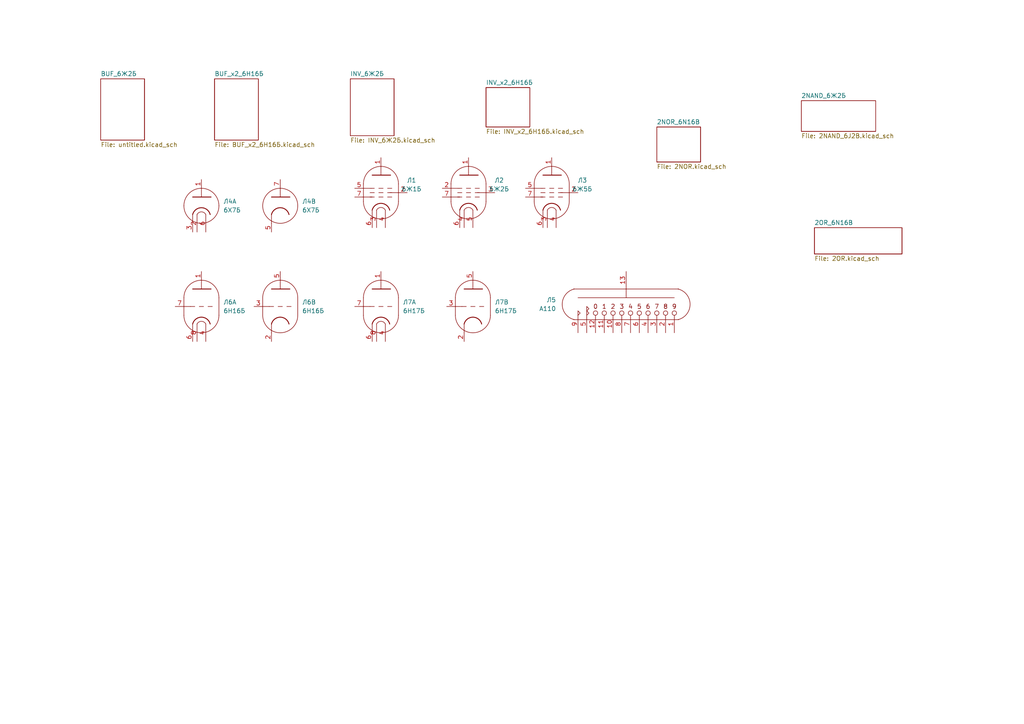
<source format=kicad_sch>
(kicad_sch
	(version 20231120)
	(generator "eeschema")
	(generator_version "8.0")
	(uuid "4a711068-a8e1-4e6b-a86d-5e6a0e1204d9")
	(paper "A4")
	(lib_symbols
		(symbol "vacuum_tube:6Ж1Б"
			(pin_names
				(offset 0) hide)
			(exclude_from_sim no)
			(in_bom yes)
			(on_board yes)
			(property "Reference" "Л"
				(at 3.302 7.874 0)
				(effects
					(font
						(size 1.27 1.27)
					)
				)
			)
			(property "Value" "6Ж1Б"
				(at 8.89 -7.62 0)
				(effects
					(font
						(size 1.27 1.27)
					)
				)
			)
			(property "Footprint" ""
				(at 6.858 -10.16 0)
				(effects
					(font
						(size 1.27 1.27)
					)
					(hide yes)
				)
			)
			(property "Datasheet" ""
				(at 0 0 0)
				(effects
					(font
						(size 1.27 1.27)
					)
					(hide yes)
				)
			)
			(property "Description" "pentode"
				(at 0 0 0)
				(effects
					(font
						(size 1.27 1.27)
					)
					(hide yes)
				)
			)
			(property "ki_keywords" "pentode valve"
				(at 0 0 0)
				(effects
					(font
						(size 1.27 1.27)
					)
					(hide yes)
				)
			)
			(property "ki_fp_filters" "VALVE*NOVAL*P*"
				(at 0 0 0)
				(effects
					(font
						(size 1.27 1.27)
					)
					(hide yes)
				)
			)
			(symbol "6Ж1Б_0_1"
				(arc
					(start -5.08 -2.54)
					(mid 0 -7.5979)
					(end 5.08 -2.54)
					(stroke
						(width 0)
						(type default)
					)
					(fill
						(type none)
					)
				)
				(polyline
					(pts
						(xy 5.08 2.54) (xy 5.08 -2.54)
					)
					(stroke
						(width 0)
						(type default)
					)
					(fill
						(type none)
					)
				)
				(polyline
					(pts
						(xy -5.08 2.54) (xy -5.08 -2.54) (xy -5.08 -2.54)
					)
					(stroke
						(width 0)
						(type default)
					)
					(fill
						(type none)
					)
				)
				(arc
					(start 5.08 2.54)
					(mid 0 7.5979)
					(end -5.08 2.54)
					(stroke
						(width 0)
						(type default)
					)
					(fill
						(type none)
					)
				)
			)
			(symbol "6Ж1Б_1_0"
				(polyline
					(pts
						(xy -2.54 -5.08) (xy -2.54 -7.62)
					)
					(stroke
						(width 0)
						(type default)
					)
					(fill
						(type none)
					)
				)
				(polyline
					(pts
						(xy 0 5.08) (xy 0 7.62)
					)
					(stroke
						(width 0)
						(type default)
					)
					(fill
						(type none)
					)
				)
			)
			(symbol "6Ж1Б_1_1"
				(polyline
					(pts
						(xy -5.08 -1.27) (xy -2.54 -1.27)
					)
					(stroke
						(width 0)
						(type default)
					)
					(fill
						(type none)
					)
				)
				(polyline
					(pts
						(xy -5.08 1.27) (xy -2.54 1.27)
					)
					(stroke
						(width 0)
						(type default)
					)
					(fill
						(type none)
					)
				)
				(polyline
					(pts
						(xy -1.905 -1.27) (xy -3.175 -1.27)
					)
					(stroke
						(width 0.1524)
						(type default)
					)
					(fill
						(type none)
					)
				)
				(polyline
					(pts
						(xy -1.905 0) (xy -3.175 0)
					)
					(stroke
						(width 0.1524)
						(type default)
					)
					(fill
						(type none)
					)
				)
				(polyline
					(pts
						(xy -1.905 1.27) (xy -3.175 1.27)
					)
					(stroke
						(width 0.1524)
						(type default)
					)
					(fill
						(type none)
					)
				)
				(polyline
					(pts
						(xy -0.635 -1.27) (xy 0.635 -1.27)
					)
					(stroke
						(width 0.1524)
						(type default)
					)
					(fill
						(type none)
					)
				)
				(polyline
					(pts
						(xy -0.635 0) (xy 0.635 0)
					)
					(stroke
						(width 0.1524)
						(type default)
					)
					(fill
						(type none)
					)
				)
				(polyline
					(pts
						(xy -0.635 1.27) (xy 0.635 1.27)
					)
					(stroke
						(width 0.1524)
						(type default)
					)
					(fill
						(type none)
					)
				)
				(polyline
					(pts
						(xy 1.905 -1.27) (xy 3.175 -1.27)
					)
					(stroke
						(width 0.1524)
						(type default)
					)
					(fill
						(type none)
					)
				)
				(polyline
					(pts
						(xy 1.905 0) (xy 3.175 0)
					)
					(stroke
						(width 0.1524)
						(type default)
					)
					(fill
						(type none)
					)
				)
				(polyline
					(pts
						(xy 1.905 1.27) (xy 3.175 1.27)
					)
					(stroke
						(width 0.1524)
						(type default)
					)
					(fill
						(type none)
					)
				)
				(polyline
					(pts
						(xy 2.54 0) (xy 5.08 0)
					)
					(stroke
						(width 0)
						(type default)
					)
					(fill
						(type none)
					)
				)
				(polyline
					(pts
						(xy -2.54 5.08) (xy 2.794 5.08) (xy 2.794 5.08)
					)
					(stroke
						(width 0.254)
						(type default)
					)
					(fill
						(type none)
					)
				)
				(arc
					(start 1.27 -5.08)
					(mid 0 -4.2951)
					(end -1.27 -5.08)
					(stroke
						(width 0)
						(type default)
					)
					(fill
						(type none)
					)
				)
				(arc
					(start 2.54 -5.08)
					(mid 0 -3.0968)
					(end -2.54 -5.08)
					(stroke
						(width 0.254)
						(type default)
					)
					(fill
						(type none)
					)
				)
				(pin output line
					(at 0 10.16 270)
					(length 2.54)
					(name "A"
						(effects
							(font
								(size 1.27 1.27)
							)
						)
					)
					(number "1"
						(effects
							(font
								(size 1.27 1.27)
							)
						)
					)
				)
				(pin input line
					(at 7.62 0 180)
					(length 2.54)
					(name "G"
						(effects
							(font
								(size 1.27 1.27)
							)
						)
					)
					(number "2"
						(effects
							(font
								(size 1.27 1.27)
							)
						)
					)
				)
				(pin power_in line
					(at -1.27 -10.16 90)
					(length 5.08)
					(name "F1"
						(effects
							(font
								(size 1.27 1.27)
							)
						)
					)
					(number "3"
						(effects
							(font
								(size 1.27 1.27)
							)
						)
					)
				)
				(pin power_in line
					(at 1.27 -10.16 90)
					(length 5.08)
					(name "F1"
						(effects
							(font
								(size 1.27 1.27)
							)
						)
					)
					(number "4"
						(effects
							(font
								(size 1.27 1.27)
							)
						)
					)
				)
				(pin input line
					(at -7.62 1.27 0)
					(length 2.54)
					(name "G3"
						(effects
							(font
								(size 1.27 1.27)
							)
						)
					)
					(number "5"
						(effects
							(font
								(size 1.27 1.27)
							)
						)
					)
				)
				(pin bidirectional line
					(at -2.54 -10.16 90)
					(length 2.54)
					(name "K"
						(effects
							(font
								(size 1.27 1.27)
							)
						)
					)
					(number "6"
						(effects
							(font
								(size 1.27 1.27)
							)
						)
					)
				)
				(pin input line
					(at -7.62 -1.27 0)
					(length 2.54)
					(name "G1"
						(effects
							(font
								(size 1.27 1.27)
							)
						)
					)
					(number "7"
						(effects
							(font
								(size 1.27 1.27)
							)
						)
					)
				)
			)
		)
		(symbol "vacuum_tube:6Ж2Б"
			(pin_names
				(offset 0) hide)
			(exclude_from_sim no)
			(in_bom yes)
			(on_board yes)
			(property "Reference" "Л"
				(at 3.302 7.874 0)
				(effects
					(font
						(size 1.27 1.27)
					)
				)
			)
			(property "Value" "6Ж2Б"
				(at 8.89 -7.62 0)
				(effects
					(font
						(size 1.27 1.27)
					)
				)
			)
			(property "Footprint" ""
				(at 6.858 -10.16 0)
				(effects
					(font
						(size 1.27 1.27)
					)
					(hide yes)
				)
			)
			(property "Datasheet" ""
				(at 0 0 0)
				(effects
					(font
						(size 1.27 1.27)
					)
					(hide yes)
				)
			)
			(property "Description" "Pentode"
				(at 0 0 0)
				(effects
					(font
						(size 1.27 1.27)
					)
					(hide yes)
				)
			)
			(property "ki_keywords" "pentode valve"
				(at 0 0 0)
				(effects
					(font
						(size 1.27 1.27)
					)
					(hide yes)
				)
			)
			(property "ki_fp_filters" "VALVE*NOVAL*P*"
				(at 0 0 0)
				(effects
					(font
						(size 1.27 1.27)
					)
					(hide yes)
				)
			)
			(symbol "6Ж2Б_0_1"
				(arc
					(start -5.08 -2.54)
					(mid 0 -7.5979)
					(end 5.08 -2.54)
					(stroke
						(width 0)
						(type default)
					)
					(fill
						(type none)
					)
				)
				(polyline
					(pts
						(xy 5.08 2.54) (xy 5.08 -2.54)
					)
					(stroke
						(width 0)
						(type default)
					)
					(fill
						(type none)
					)
				)
				(polyline
					(pts
						(xy -5.08 2.54) (xy -5.08 -2.54) (xy -5.08 -2.54)
					)
					(stroke
						(width 0)
						(type default)
					)
					(fill
						(type none)
					)
				)
				(arc
					(start 5.08 2.54)
					(mid 0 7.5979)
					(end -5.08 2.54)
					(stroke
						(width 0)
						(type default)
					)
					(fill
						(type none)
					)
				)
			)
			(symbol "6Ж2Б_1_0"
				(polyline
					(pts
						(xy -2.54 -5.08) (xy -2.54 -7.62)
					)
					(stroke
						(width 0)
						(type default)
					)
					(fill
						(type none)
					)
				)
				(polyline
					(pts
						(xy 0 5.08) (xy 0 7.62)
					)
					(stroke
						(width 0)
						(type default)
					)
					(fill
						(type none)
					)
				)
			)
			(symbol "6Ж2Б_1_1"
				(polyline
					(pts
						(xy -5.08 -1.27) (xy -2.54 -1.27)
					)
					(stroke
						(width 0)
						(type default)
					)
					(fill
						(type none)
					)
				)
				(polyline
					(pts
						(xy -5.08 1.27) (xy -2.54 1.27)
					)
					(stroke
						(width 0)
						(type default)
					)
					(fill
						(type none)
					)
				)
				(polyline
					(pts
						(xy -1.905 -1.27) (xy -3.175 -1.27)
					)
					(stroke
						(width 0.1524)
						(type default)
					)
					(fill
						(type none)
					)
				)
				(polyline
					(pts
						(xy -1.905 0) (xy -3.175 0)
					)
					(stroke
						(width 0.1524)
						(type default)
					)
					(fill
						(type none)
					)
				)
				(polyline
					(pts
						(xy -1.905 1.27) (xy -3.175 1.27)
					)
					(stroke
						(width 0.1524)
						(type default)
					)
					(fill
						(type none)
					)
				)
				(polyline
					(pts
						(xy -0.635 -1.27) (xy 0.635 -1.27)
					)
					(stroke
						(width 0.1524)
						(type default)
					)
					(fill
						(type none)
					)
				)
				(polyline
					(pts
						(xy -0.635 0) (xy 0.635 0)
					)
					(stroke
						(width 0.1524)
						(type default)
					)
					(fill
						(type none)
					)
				)
				(polyline
					(pts
						(xy -0.635 1.27) (xy 0.635 1.27)
					)
					(stroke
						(width 0.1524)
						(type default)
					)
					(fill
						(type none)
					)
				)
				(polyline
					(pts
						(xy 1.905 -1.27) (xy 3.175 -1.27)
					)
					(stroke
						(width 0.1524)
						(type default)
					)
					(fill
						(type none)
					)
				)
				(polyline
					(pts
						(xy 1.905 0) (xy 3.175 0)
					)
					(stroke
						(width 0.1524)
						(type default)
					)
					(fill
						(type none)
					)
				)
				(polyline
					(pts
						(xy 1.905 1.27) (xy 3.175 1.27)
					)
					(stroke
						(width 0.1524)
						(type default)
					)
					(fill
						(type none)
					)
				)
				(polyline
					(pts
						(xy 2.54 0) (xy 5.08 0)
					)
					(stroke
						(width 0)
						(type default)
					)
					(fill
						(type none)
					)
				)
				(polyline
					(pts
						(xy -2.54 5.08) (xy 2.794 5.08) (xy 2.794 5.08)
					)
					(stroke
						(width 0.254)
						(type default)
					)
					(fill
						(type none)
					)
				)
				(arc
					(start 1.27 -5.08)
					(mid 0 -4.2951)
					(end -1.27 -5.08)
					(stroke
						(width 0)
						(type default)
					)
					(fill
						(type none)
					)
				)
				(arc
					(start 2.54 -5.08)
					(mid 0 -3.0968)
					(end -2.54 -5.08)
					(stroke
						(width 0.254)
						(type default)
					)
					(fill
						(type none)
					)
				)
				(pin output line
					(at 0 10.16 270)
					(length 2.54)
					(name "A"
						(effects
							(font
								(size 1.27 1.27)
							)
						)
					)
					(number "1"
						(effects
							(font
								(size 1.27 1.27)
							)
						)
					)
				)
				(pin input line
					(at -7.62 1.27 0)
					(length 2.54)
					(name "G3"
						(effects
							(font
								(size 1.27 1.27)
							)
						)
					)
					(number "2"
						(effects
							(font
								(size 1.27 1.27)
							)
						)
					)
				)
				(pin input line
					(at 7.62 0 180)
					(length 2.54)
					(name "G"
						(effects
							(font
								(size 1.27 1.27)
							)
						)
					)
					(number "3"
						(effects
							(font
								(size 1.27 1.27)
							)
						)
					)
				)
				(pin power_in line
					(at -1.27 -10.16 90)
					(length 5.08)
					(name "F1"
						(effects
							(font
								(size 1.27 1.27)
							)
						)
					)
					(number "4"
						(effects
							(font
								(size 1.27 1.27)
							)
						)
					)
				)
				(pin power_in line
					(at 1.27 -10.16 90)
					(length 5.08)
					(name "F1"
						(effects
							(font
								(size 1.27 1.27)
							)
						)
					)
					(number "5"
						(effects
							(font
								(size 1.27 1.27)
							)
						)
					)
				)
				(pin bidirectional line
					(at -2.54 -10.16 90)
					(length 2.54)
					(name "K"
						(effects
							(font
								(size 1.27 1.27)
							)
						)
					)
					(number "6"
						(effects
							(font
								(size 1.27 1.27)
							)
						)
					)
				)
				(pin input line
					(at -7.62 -1.27 0)
					(length 2.54)
					(name "G1"
						(effects
							(font
								(size 1.27 1.27)
							)
						)
					)
					(number "7"
						(effects
							(font
								(size 1.27 1.27)
							)
						)
					)
				)
			)
		)
		(symbol "vacuum_tube:6Ж5Б"
			(pin_names
				(offset 0) hide)
			(exclude_from_sim no)
			(in_bom yes)
			(on_board yes)
			(property "Reference" "Л"
				(at 3.302 7.874 0)
				(effects
					(font
						(size 1.27 1.27)
					)
				)
			)
			(property "Value" "6Ж5Б"
				(at 8.89 -7.62 0)
				(effects
					(font
						(size 1.27 1.27)
					)
				)
			)
			(property "Footprint" ""
				(at 6.858 -10.16 0)
				(effects
					(font
						(size 1.27 1.27)
					)
					(hide yes)
				)
			)
			(property "Datasheet" ""
				(at 0 0 0)
				(effects
					(font
						(size 1.27 1.27)
					)
					(hide yes)
				)
			)
			(property "Description" "pentode"
				(at 0 0 0)
				(effects
					(font
						(size 1.27 1.27)
					)
					(hide yes)
				)
			)
			(property "ki_keywords" "pentode valve"
				(at 0 0 0)
				(effects
					(font
						(size 1.27 1.27)
					)
					(hide yes)
				)
			)
			(property "ki_fp_filters" "VALVE*NOVAL*P*"
				(at 0 0 0)
				(effects
					(font
						(size 1.27 1.27)
					)
					(hide yes)
				)
			)
			(symbol "6Ж5Б_0_1"
				(arc
					(start -5.08 -2.54)
					(mid 0 -7.5979)
					(end 5.08 -2.54)
					(stroke
						(width 0)
						(type default)
					)
					(fill
						(type none)
					)
				)
				(polyline
					(pts
						(xy 5.08 2.54) (xy 5.08 -2.54)
					)
					(stroke
						(width 0)
						(type default)
					)
					(fill
						(type none)
					)
				)
				(polyline
					(pts
						(xy -5.08 2.54) (xy -5.08 -2.54) (xy -5.08 -2.54)
					)
					(stroke
						(width 0)
						(type default)
					)
					(fill
						(type none)
					)
				)
				(arc
					(start 5.08 2.54)
					(mid 0 7.5979)
					(end -5.08 2.54)
					(stroke
						(width 0)
						(type default)
					)
					(fill
						(type none)
					)
				)
			)
			(symbol "6Ж5Б_1_0"
				(polyline
					(pts
						(xy -2.54 -5.08) (xy -2.54 -7.62)
					)
					(stroke
						(width 0)
						(type default)
					)
					(fill
						(type none)
					)
				)
				(polyline
					(pts
						(xy 0 5.08) (xy 0 7.62)
					)
					(stroke
						(width 0)
						(type default)
					)
					(fill
						(type none)
					)
				)
			)
			(symbol "6Ж5Б_1_1"
				(polyline
					(pts
						(xy -5.08 -1.27) (xy -2.54 -1.27)
					)
					(stroke
						(width 0)
						(type default)
					)
					(fill
						(type none)
					)
				)
				(polyline
					(pts
						(xy -5.08 1.27) (xy -2.54 1.27)
					)
					(stroke
						(width 0)
						(type default)
					)
					(fill
						(type none)
					)
				)
				(polyline
					(pts
						(xy -1.905 -1.27) (xy -3.175 -1.27)
					)
					(stroke
						(width 0.1524)
						(type default)
					)
					(fill
						(type none)
					)
				)
				(polyline
					(pts
						(xy -1.905 0) (xy -3.175 0)
					)
					(stroke
						(width 0.1524)
						(type default)
					)
					(fill
						(type none)
					)
				)
				(polyline
					(pts
						(xy -1.905 1.27) (xy -3.175 1.27)
					)
					(stroke
						(width 0.1524)
						(type default)
					)
					(fill
						(type none)
					)
				)
				(polyline
					(pts
						(xy -0.635 -1.27) (xy 0.635 -1.27)
					)
					(stroke
						(width 0.1524)
						(type default)
					)
					(fill
						(type none)
					)
				)
				(polyline
					(pts
						(xy -0.635 0) (xy 0.635 0)
					)
					(stroke
						(width 0.1524)
						(type default)
					)
					(fill
						(type none)
					)
				)
				(polyline
					(pts
						(xy -0.635 1.27) (xy 0.635 1.27)
					)
					(stroke
						(width 0.1524)
						(type default)
					)
					(fill
						(type none)
					)
				)
				(polyline
					(pts
						(xy 1.905 -1.27) (xy 3.175 -1.27)
					)
					(stroke
						(width 0.1524)
						(type default)
					)
					(fill
						(type none)
					)
				)
				(polyline
					(pts
						(xy 1.905 0) (xy 3.175 0)
					)
					(stroke
						(width 0.1524)
						(type default)
					)
					(fill
						(type none)
					)
				)
				(polyline
					(pts
						(xy 1.905 1.27) (xy 3.175 1.27)
					)
					(stroke
						(width 0.1524)
						(type default)
					)
					(fill
						(type none)
					)
				)
				(polyline
					(pts
						(xy 2.54 0) (xy 5.08 0)
					)
					(stroke
						(width 0)
						(type default)
					)
					(fill
						(type none)
					)
				)
				(polyline
					(pts
						(xy -2.54 5.08) (xy 2.794 5.08) (xy 2.794 5.08)
					)
					(stroke
						(width 0.254)
						(type default)
					)
					(fill
						(type none)
					)
				)
				(arc
					(start 1.27 -5.08)
					(mid 0 -4.2951)
					(end -1.27 -5.08)
					(stroke
						(width 0)
						(type default)
					)
					(fill
						(type none)
					)
				)
				(arc
					(start 2.54 -5.08)
					(mid 0 -3.0968)
					(end -2.54 -5.08)
					(stroke
						(width 0.254)
						(type default)
					)
					(fill
						(type none)
					)
				)
				(pin output line
					(at 0 10.16 270)
					(length 2.54)
					(name "A"
						(effects
							(font
								(size 1.27 1.27)
							)
						)
					)
					(number "1"
						(effects
							(font
								(size 1.27 1.27)
							)
						)
					)
				)
				(pin input line
					(at 7.62 0 180)
					(length 2.54)
					(name "G"
						(effects
							(font
								(size 1.27 1.27)
							)
						)
					)
					(number "2"
						(effects
							(font
								(size 1.27 1.27)
							)
						)
					)
				)
				(pin power_in line
					(at -1.27 -10.16 90)
					(length 5.08)
					(name "F1"
						(effects
							(font
								(size 1.27 1.27)
							)
						)
					)
					(number "3"
						(effects
							(font
								(size 1.27 1.27)
							)
						)
					)
				)
				(pin power_in line
					(at 1.27 -10.16 90)
					(length 5.08)
					(name "F1"
						(effects
							(font
								(size 1.27 1.27)
							)
						)
					)
					(number "4"
						(effects
							(font
								(size 1.27 1.27)
							)
						)
					)
				)
				(pin input line
					(at -7.62 1.27 0)
					(length 2.54)
					(name "G3"
						(effects
							(font
								(size 1.27 1.27)
							)
						)
					)
					(number "5"
						(effects
							(font
								(size 1.27 1.27)
							)
						)
					)
				)
				(pin bidirectional line
					(at -2.54 -10.16 90)
					(length 2.54)
					(name "K"
						(effects
							(font
								(size 1.27 1.27)
							)
						)
					)
					(number "6"
						(effects
							(font
								(size 1.27 1.27)
							)
						)
					)
				)
				(pin input line
					(at -7.62 -1.27 0)
					(length 2.54)
					(name "G1"
						(effects
							(font
								(size 1.27 1.27)
							)
						)
					)
					(number "7"
						(effects
							(font
								(size 1.27 1.27)
							)
						)
					)
				)
			)
		)
		(symbol "vacuum_tube:6Н16Б"
			(pin_names
				(offset 0) hide)
			(exclude_from_sim no)
			(in_bom yes)
			(on_board yes)
			(property "Reference" "Л"
				(at 3.302 7.874 0)
				(effects
					(font
						(size 1.27 1.27)
					)
				)
			)
			(property "Value" "6Н16Б"
				(at 8.89 -7.62 0)
				(effects
					(font
						(size 1.27 1.27)
					)
				)
			)
			(property "Footprint" ""
				(at 6.858 -10.16 0)
				(effects
					(font
						(size 1.27 1.27)
					)
					(hide yes)
				)
			)
			(property "Datasheet" ""
				(at 0 0 0)
				(effects
					(font
						(size 1.27 1.27)
					)
					(hide yes)
				)
			)
			(property "Description" "double triode"
				(at 0 0 0)
				(effects
					(font
						(size 1.27 1.27)
					)
					(hide yes)
				)
			)
			(property "ki_locked" ""
				(at 0 0 0)
				(effects
					(font
						(size 1.27 1.27)
					)
				)
			)
			(property "ki_keywords" "triode valve"
				(at 0 0 0)
				(effects
					(font
						(size 1.27 1.27)
					)
					(hide yes)
				)
			)
			(property "ki_fp_filters" "VALVE*NOVAL*P*"
				(at 0 0 0)
				(effects
					(font
						(size 1.27 1.27)
					)
					(hide yes)
				)
			)
			(symbol "6Н16Б_0_1"
				(arc
					(start -5.08 -2.54)
					(mid 0 -7.5979)
					(end 5.08 -2.54)
					(stroke
						(width 0)
						(type default)
					)
					(fill
						(type none)
					)
				)
				(polyline
					(pts
						(xy 5.08 2.54) (xy 5.08 -2.54)
					)
					(stroke
						(width 0)
						(type default)
					)
					(fill
						(type none)
					)
				)
				(polyline
					(pts
						(xy -5.08 2.54) (xy -5.08 -2.54) (xy -5.08 -2.54)
					)
					(stroke
						(width 0)
						(type default)
					)
					(fill
						(type none)
					)
				)
				(arc
					(start 5.08 2.54)
					(mid 0 7.5979)
					(end -5.08 2.54)
					(stroke
						(width 0)
						(type default)
					)
					(fill
						(type none)
					)
				)
			)
			(symbol "6Н16Б_1_0"
				(polyline
					(pts
						(xy -2.54 -5.08) (xy -2.54 -7.62)
					)
					(stroke
						(width 0)
						(type default)
					)
					(fill
						(type none)
					)
				)
				(polyline
					(pts
						(xy 0 5.08) (xy 0 7.62)
					)
					(stroke
						(width 0)
						(type default)
					)
					(fill
						(type none)
					)
				)
			)
			(symbol "6Н16Б_1_1"
				(polyline
					(pts
						(xy -5.08 0) (xy -3.175 0)
					)
					(stroke
						(width 0)
						(type default)
					)
					(fill
						(type none)
					)
				)
				(polyline
					(pts
						(xy -1.905 0) (xy -3.175 0)
					)
					(stroke
						(width 0.1524)
						(type default)
					)
					(fill
						(type none)
					)
				)
				(polyline
					(pts
						(xy -0.635 0) (xy 0.635 0)
					)
					(stroke
						(width 0.1524)
						(type default)
					)
					(fill
						(type none)
					)
				)
				(polyline
					(pts
						(xy 1.905 0) (xy 3.175 0)
					)
					(stroke
						(width 0.1524)
						(type default)
					)
					(fill
						(type none)
					)
				)
				(polyline
					(pts
						(xy -2.54 5.08) (xy 2.794 5.08) (xy 2.794 5.08)
					)
					(stroke
						(width 0.254)
						(type default)
					)
					(fill
						(type none)
					)
				)
				(arc
					(start 1.27 -5.08)
					(mid 0 -4.2951)
					(end -1.27 -5.08)
					(stroke
						(width 0)
						(type default)
					)
					(fill
						(type none)
					)
				)
				(arc
					(start 2.54 -5.08)
					(mid 0 -3.0968)
					(end -2.54 -5.08)
					(stroke
						(width 0.254)
						(type default)
					)
					(fill
						(type none)
					)
				)
				(pin output line
					(at 0 10.16 270)
					(length 2.54)
					(name "A"
						(effects
							(font
								(size 1.27 1.27)
							)
						)
					)
					(number "1"
						(effects
							(font
								(size 1.27 1.27)
							)
						)
					)
				)
				(pin power_in line
					(at 1.27 -10.16 90)
					(length 5.08)
					(name "F1"
						(effects
							(font
								(size 1.27 1.27)
							)
						)
					)
					(number "4"
						(effects
							(font
								(size 1.27 1.27)
							)
						)
					)
				)
				(pin bidirectional line
					(at -2.54 -10.16 90)
					(length 2.54)
					(name "K"
						(effects
							(font
								(size 1.27 1.27)
							)
						)
					)
					(number "6"
						(effects
							(font
								(size 1.27 1.27)
							)
						)
					)
				)
				(pin input line
					(at -7.62 0 0)
					(length 2.54)
					(name "G"
						(effects
							(font
								(size 1.27 1.27)
							)
						)
					)
					(number "7"
						(effects
							(font
								(size 1.27 1.27)
							)
						)
					)
				)
				(pin power_in line
					(at -1.27 -10.16 90)
					(length 5.08)
					(name "F1"
						(effects
							(font
								(size 1.27 1.27)
							)
						)
					)
					(number "8"
						(effects
							(font
								(size 1.27 1.27)
							)
						)
					)
				)
			)
			(symbol "6Н16Б_2_0"
				(polyline
					(pts
						(xy -2.54 -5.08) (xy -2.54 -7.62)
					)
					(stroke
						(width 0)
						(type default)
					)
					(fill
						(type none)
					)
				)
				(polyline
					(pts
						(xy 0 5.08) (xy 0 7.62)
					)
					(stroke
						(width 0)
						(type default)
					)
					(fill
						(type none)
					)
				)
			)
			(symbol "6Н16Б_2_1"
				(polyline
					(pts
						(xy -5.08 0) (xy -3.175 0)
					)
					(stroke
						(width 0)
						(type default)
					)
					(fill
						(type none)
					)
				)
				(polyline
					(pts
						(xy -1.905 0) (xy -3.175 0)
					)
					(stroke
						(width 0.1524)
						(type default)
					)
					(fill
						(type none)
					)
				)
				(polyline
					(pts
						(xy -0.635 0) (xy 0.635 0)
					)
					(stroke
						(width 0.1524)
						(type default)
					)
					(fill
						(type none)
					)
				)
				(polyline
					(pts
						(xy 1.905 0) (xy 3.175 0)
					)
					(stroke
						(width 0.1524)
						(type default)
					)
					(fill
						(type none)
					)
				)
				(polyline
					(pts
						(xy -2.54 5.08) (xy 2.794 5.08) (xy 2.794 5.08)
					)
					(stroke
						(width 0.254)
						(type default)
					)
					(fill
						(type none)
					)
				)
				(arc
					(start 2.54 -5.08)
					(mid 0 -3.0968)
					(end -2.54 -5.08)
					(stroke
						(width 0.254)
						(type default)
					)
					(fill
						(type none)
					)
				)
				(pin bidirectional line
					(at -2.54 -10.16 90)
					(length 2.54)
					(name "K"
						(effects
							(font
								(size 1.27 1.27)
							)
						)
					)
					(number "2"
						(effects
							(font
								(size 1.27 1.27)
							)
						)
					)
				)
				(pin input line
					(at -7.62 0 0)
					(length 2.54)
					(name "G"
						(effects
							(font
								(size 1.27 1.27)
							)
						)
					)
					(number "3"
						(effects
							(font
								(size 1.27 1.27)
							)
						)
					)
				)
				(pin output line
					(at 0 10.16 270)
					(length 2.54)
					(name "A"
						(effects
							(font
								(size 1.27 1.27)
							)
						)
					)
					(number "5"
						(effects
							(font
								(size 1.27 1.27)
							)
						)
					)
				)
			)
		)
		(symbol "vacuum_tube:6Н17Б"
			(pin_names
				(offset 0) hide)
			(exclude_from_sim no)
			(in_bom yes)
			(on_board yes)
			(property "Reference" "Л"
				(at 3.302 7.874 0)
				(effects
					(font
						(size 1.27 1.27)
					)
				)
			)
			(property "Value" "6Н17Б"
				(at 8.89 -7.62 0)
				(effects
					(font
						(size 1.27 1.27)
					)
				)
			)
			(property "Footprint" ""
				(at 6.858 -10.16 0)
				(effects
					(font
						(size 1.27 1.27)
					)
					(hide yes)
				)
			)
			(property "Datasheet" ""
				(at 0 0 0)
				(effects
					(font
						(size 1.27 1.27)
					)
					(hide yes)
				)
			)
			(property "Description" "double triode"
				(at 0 0 0)
				(effects
					(font
						(size 1.27 1.27)
					)
					(hide yes)
				)
			)
			(property "ki_locked" ""
				(at 0 0 0)
				(effects
					(font
						(size 1.27 1.27)
					)
				)
			)
			(property "ki_keywords" "triode valve"
				(at 0 0 0)
				(effects
					(font
						(size 1.27 1.27)
					)
					(hide yes)
				)
			)
			(property "ki_fp_filters" "VALVE*NOVAL*P*"
				(at 0 0 0)
				(effects
					(font
						(size 1.27 1.27)
					)
					(hide yes)
				)
			)
			(symbol "6Н17Б_0_1"
				(arc
					(start -5.08 -2.54)
					(mid 0 -7.5979)
					(end 5.08 -2.54)
					(stroke
						(width 0)
						(type default)
					)
					(fill
						(type none)
					)
				)
				(polyline
					(pts
						(xy 5.08 2.54) (xy 5.08 -2.54)
					)
					(stroke
						(width 0)
						(type default)
					)
					(fill
						(type none)
					)
				)
				(polyline
					(pts
						(xy -5.08 2.54) (xy -5.08 -2.54) (xy -5.08 -2.54)
					)
					(stroke
						(width 0)
						(type default)
					)
					(fill
						(type none)
					)
				)
				(arc
					(start 5.08 2.54)
					(mid 0 7.5979)
					(end -5.08 2.54)
					(stroke
						(width 0)
						(type default)
					)
					(fill
						(type none)
					)
				)
			)
			(symbol "6Н17Б_1_0"
				(polyline
					(pts
						(xy -2.54 -5.08) (xy -2.54 -7.62)
					)
					(stroke
						(width 0)
						(type default)
					)
					(fill
						(type none)
					)
				)
				(polyline
					(pts
						(xy 0 5.08) (xy 0 7.62)
					)
					(stroke
						(width 0)
						(type default)
					)
					(fill
						(type none)
					)
				)
			)
			(symbol "6Н17Б_1_1"
				(polyline
					(pts
						(xy -5.08 0) (xy -3.175 0)
					)
					(stroke
						(width 0)
						(type default)
					)
					(fill
						(type none)
					)
				)
				(polyline
					(pts
						(xy -1.905 0) (xy -3.175 0)
					)
					(stroke
						(width 0.1524)
						(type default)
					)
					(fill
						(type none)
					)
				)
				(polyline
					(pts
						(xy -0.635 0) (xy 0.635 0)
					)
					(stroke
						(width 0.1524)
						(type default)
					)
					(fill
						(type none)
					)
				)
				(polyline
					(pts
						(xy 1.905 0) (xy 3.175 0)
					)
					(stroke
						(width 0.1524)
						(type default)
					)
					(fill
						(type none)
					)
				)
				(polyline
					(pts
						(xy -2.54 5.08) (xy 2.794 5.08) (xy 2.794 5.08)
					)
					(stroke
						(width 0.254)
						(type default)
					)
					(fill
						(type none)
					)
				)
				(arc
					(start 1.27 -5.08)
					(mid 0 -4.2951)
					(end -1.27 -5.08)
					(stroke
						(width 0)
						(type default)
					)
					(fill
						(type none)
					)
				)
				(arc
					(start 2.54 -5.08)
					(mid 0 -3.0968)
					(end -2.54 -5.08)
					(stroke
						(width 0.254)
						(type default)
					)
					(fill
						(type none)
					)
				)
				(pin output line
					(at 0 10.16 270)
					(length 2.54)
					(name "A"
						(effects
							(font
								(size 1.27 1.27)
							)
						)
					)
					(number "1"
						(effects
							(font
								(size 1.27 1.27)
							)
						)
					)
				)
				(pin power_in line
					(at 1.27 -10.16 90)
					(length 5.08)
					(name "F1"
						(effects
							(font
								(size 1.27 1.27)
							)
						)
					)
					(number "4"
						(effects
							(font
								(size 1.27 1.27)
							)
						)
					)
				)
				(pin bidirectional line
					(at -2.54 -10.16 90)
					(length 2.54)
					(name "K"
						(effects
							(font
								(size 1.27 1.27)
							)
						)
					)
					(number "6"
						(effects
							(font
								(size 1.27 1.27)
							)
						)
					)
				)
				(pin input line
					(at -7.62 0 0)
					(length 2.54)
					(name "G"
						(effects
							(font
								(size 1.27 1.27)
							)
						)
					)
					(number "7"
						(effects
							(font
								(size 1.27 1.27)
							)
						)
					)
				)
				(pin power_in line
					(at -1.27 -10.16 90)
					(length 5.08)
					(name "F1"
						(effects
							(font
								(size 1.27 1.27)
							)
						)
					)
					(number "8"
						(effects
							(font
								(size 1.27 1.27)
							)
						)
					)
				)
			)
			(symbol "6Н17Б_2_0"
				(polyline
					(pts
						(xy -2.54 -5.08) (xy -2.54 -7.62)
					)
					(stroke
						(width 0)
						(type default)
					)
					(fill
						(type none)
					)
				)
				(polyline
					(pts
						(xy 0 5.08) (xy 0 7.62)
					)
					(stroke
						(width 0)
						(type default)
					)
					(fill
						(type none)
					)
				)
			)
			(symbol "6Н17Б_2_1"
				(polyline
					(pts
						(xy -5.08 0) (xy -3.175 0)
					)
					(stroke
						(width 0)
						(type default)
					)
					(fill
						(type none)
					)
				)
				(polyline
					(pts
						(xy -1.905 0) (xy -3.175 0)
					)
					(stroke
						(width 0.1524)
						(type default)
					)
					(fill
						(type none)
					)
				)
				(polyline
					(pts
						(xy -0.635 0) (xy 0.635 0)
					)
					(stroke
						(width 0.1524)
						(type default)
					)
					(fill
						(type none)
					)
				)
				(polyline
					(pts
						(xy 1.905 0) (xy 3.175 0)
					)
					(stroke
						(width 0.1524)
						(type default)
					)
					(fill
						(type none)
					)
				)
				(polyline
					(pts
						(xy -2.54 5.08) (xy 2.794 5.08) (xy 2.794 5.08)
					)
					(stroke
						(width 0.254)
						(type default)
					)
					(fill
						(type none)
					)
				)
				(arc
					(start 2.54 -5.08)
					(mid 0 -3.0968)
					(end -2.54 -5.08)
					(stroke
						(width 0.254)
						(type default)
					)
					(fill
						(type none)
					)
				)
				(pin bidirectional line
					(at -2.54 -10.16 90)
					(length 2.54)
					(name "K"
						(effects
							(font
								(size 1.27 1.27)
							)
						)
					)
					(number "2"
						(effects
							(font
								(size 1.27 1.27)
							)
						)
					)
				)
				(pin input line
					(at -7.62 0 0)
					(length 2.54)
					(name "G"
						(effects
							(font
								(size 1.27 1.27)
							)
						)
					)
					(number "3"
						(effects
							(font
								(size 1.27 1.27)
							)
						)
					)
				)
				(pin output line
					(at 0 10.16 270)
					(length 2.54)
					(name "A"
						(effects
							(font
								(size 1.27 1.27)
							)
						)
					)
					(number "5"
						(effects
							(font
								(size 1.27 1.27)
							)
						)
					)
				)
			)
		)
		(symbol "vacuum_tube:6Х7Б"
			(pin_names
				(offset 0) hide)
			(exclude_from_sim no)
			(in_bom yes)
			(on_board yes)
			(property "Reference" "Л"
				(at 3.302 2.794 0)
				(effects
					(font
						(size 1.27 1.27)
					)
				)
			)
			(property "Value" "6Х7Б"
				(at 8.89 -7.62 0)
				(effects
					(font
						(size 1.27 1.27)
					)
				)
			)
			(property "Footprint" ""
				(at 6.858 -10.16 0)
				(effects
					(font
						(size 1.27 1.27)
					)
					(hide yes)
				)
			)
			(property "Datasheet" ""
				(at 0 0 0)
				(effects
					(font
						(size 1.27 1.27)
					)
					(hide yes)
				)
			)
			(property "Description" "double diode"
				(at 0 0 0)
				(effects
					(font
						(size 1.27 1.27)
					)
					(hide yes)
				)
			)
			(property "ki_locked" ""
				(at 0 0 0)
				(effects
					(font
						(size 1.27 1.27)
					)
				)
			)
			(property "ki_keywords" "diode valve"
				(at 0 0 0)
				(effects
					(font
						(size 1.27 1.27)
					)
					(hide yes)
				)
			)
			(property "ki_fp_filters" "VALVE*NOVAL*P*"
				(at 0 0 0)
				(effects
					(font
						(size 1.27 1.27)
					)
					(hide yes)
				)
			)
			(symbol "6Х7Б_0_1"
				(arc
					(start -5.08 -2.54)
					(mid 0 -7.5979)
					(end 5.08 -2.54)
					(stroke
						(width 0)
						(type default)
					)
					(fill
						(type none)
					)
				)
				(arc
					(start 5.08 -2.54)
					(mid 0 2.5179)
					(end -5.08 -2.54)
					(stroke
						(width 0)
						(type default)
					)
					(fill
						(type none)
					)
				)
			)
			(symbol "6Х7Б_1_0"
				(polyline
					(pts
						(xy -2.54 -5.08) (xy -2.54 -7.62)
					)
					(stroke
						(width 0)
						(type default)
					)
					(fill
						(type none)
					)
				)
				(polyline
					(pts
						(xy 0 0) (xy 0 2.54)
					)
					(stroke
						(width 0)
						(type default)
					)
					(fill
						(type none)
					)
				)
			)
			(symbol "6Х7Б_1_1"
				(polyline
					(pts
						(xy -2.54 0) (xy 2.794 0) (xy 2.794 0)
					)
					(stroke
						(width 0.254)
						(type default)
					)
					(fill
						(type none)
					)
				)
				(arc
					(start 1.27 -5.08)
					(mid 0 -4.2951)
					(end -1.27 -5.08)
					(stroke
						(width 0)
						(type default)
					)
					(fill
						(type none)
					)
				)
				(arc
					(start 2.54 -5.08)
					(mid 0 -3.0968)
					(end -2.54 -5.08)
					(stroke
						(width 0.254)
						(type default)
					)
					(fill
						(type none)
					)
				)
				(pin output line
					(at 0 5.08 270)
					(length 2.54)
					(name "A"
						(effects
							(font
								(size 1.27 1.27)
							)
						)
					)
					(number "1"
						(effects
							(font
								(size 1.27 1.27)
							)
						)
					)
				)
				(pin power_in line
					(at -1.27 -10.16 90)
					(length 5.08)
					(name "F1"
						(effects
							(font
								(size 1.27 1.27)
							)
						)
					)
					(number "2"
						(effects
							(font
								(size 1.27 1.27)
							)
						)
					)
				)
				(pin bidirectional line
					(at -2.54 -10.16 90)
					(length 2.54)
					(name "K"
						(effects
							(font
								(size 1.27 1.27)
							)
						)
					)
					(number "3"
						(effects
							(font
								(size 1.27 1.27)
							)
						)
					)
				)
				(pin power_in line
					(at 1.27 -10.16 90)
					(length 5.08)
					(name "F1"
						(effects
							(font
								(size 1.27 1.27)
							)
						)
					)
					(number "6"
						(effects
							(font
								(size 1.27 1.27)
							)
						)
					)
				)
			)
			(symbol "6Х7Б_2_0"
				(polyline
					(pts
						(xy -2.54 -5.08) (xy -2.54 -7.62)
					)
					(stroke
						(width 0)
						(type default)
					)
					(fill
						(type none)
					)
				)
				(polyline
					(pts
						(xy 0 0) (xy 0 2.54)
					)
					(stroke
						(width 0)
						(type default)
					)
					(fill
						(type none)
					)
				)
			)
			(symbol "6Х7Б_2_1"
				(polyline
					(pts
						(xy -2.54 0) (xy 2.794 0) (xy 2.794 0)
					)
					(stroke
						(width 0.254)
						(type default)
					)
					(fill
						(type none)
					)
				)
				(arc
					(start 2.54 -5.08)
					(mid 0 -3.0968)
					(end -2.54 -5.08)
					(stroke
						(width 0.254)
						(type default)
					)
					(fill
						(type none)
					)
				)
				(pin bidirectional line
					(at -2.54 -10.16 90)
					(length 2.54)
					(name "K"
						(effects
							(font
								(size 1.27 1.27)
							)
						)
					)
					(number "5"
						(effects
							(font
								(size 1.27 1.27)
							)
						)
					)
				)
				(pin output line
					(at 0 5.08 270)
					(length 2.54)
					(name "A"
						(effects
							(font
								(size 1.27 1.27)
							)
						)
					)
					(number "7"
						(effects
							(font
								(size 1.27 1.27)
							)
						)
					)
				)
			)
		)
		(symbol "vacuum_tube:А110"
			(pin_names
				(offset 0) hide)
			(exclude_from_sim no)
			(in_bom yes)
			(on_board yes)
			(property "Reference" "Л"
				(at -7.62 -10.16 0)
				(effects
					(font
						(size 1.27 1.27)
					)
				)
			)
			(property "Value" "А110"
				(at 8.89 -10.16 0)
				(effects
					(font
						(size 1.27 1.27)
					)
				)
			)
			(property "Footprint" ""
				(at -3.81 -2.54 0)
				(effects
					(font
						(size 1.27 1.27)
					)
					(hide yes)
				)
			)
			(property "Datasheet" ""
				(at -3.81 -2.54 0)
				(effects
					(font
						(size 1.27 1.27)
					)
					(hide yes)
				)
			)
			(property "Description" ""
				(at 0 0 0)
				(effects
					(font
						(size 1.27 1.27)
					)
					(hide yes)
				)
			)
			(symbol "А110_0_0"
				(arc
					(start -15.0482 -12.7)
					(mid -18.5439 -17.145)
					(end -15.0482 -21.59)
					(stroke
						(width 0)
						(type default)
					)
					(fill
						(type none)
					)
				)
				(polyline
					(pts
						(xy -15.24 -21.59) (xy 15.24 -21.59)
					)
					(stroke
						(width 0)
						(type default)
					)
					(fill
						(type none)
					)
				)
				(polyline
					(pts
						(xy -15.24 -12.7) (xy 15.24 -12.7)
					)
					(stroke
						(width 0)
						(type default)
					)
					(fill
						(type none)
					)
				)
				(polyline
					(pts
						(xy -11.43 -17.78) (xy -11.43 -19.05)
					)
					(stroke
						(width 0)
						(type default)
					)
					(fill
						(type none)
					)
				)
				(polyline
					(pts
						(xy 13.97 -15.24) (xy -13.97 -15.24)
					)
					(stroke
						(width 0)
						(type default)
					)
					(fill
						(type none)
					)
				)
				(polyline
					(pts
						(xy -11.43 -17.78) (xy -10.795 -18.415) (xy -11.43 -19.05)
					)
					(stroke
						(width 0)
						(type default)
					)
					(fill
						(type none)
					)
				)
				(polyline
					(pts
						(xy -13.97 -19.05) (xy -13.97 -20.32) (xy -13.335 -19.685) (xy -13.97 -19.05)
					)
					(stroke
						(width 0)
						(type default)
					)
					(fill
						(type none)
					)
				)
				(polyline
					(pts
						(xy -11.43 -19.05) (xy -11.43 -20.32) (xy -10.795 -19.685) (xy -11.43 -19.05)
					)
					(stroke
						(width 0)
						(type default)
					)
					(fill
						(type none)
					)
				)
				(arc
					(start 15.0482 -21.59)
					(mid 18.5439 -17.145)
					(end 15.0482 -12.7)
					(stroke
						(width 0)
						(type default)
					)
					(fill
						(type none)
					)
				)
				(text "0"
					(at -8.89 -17.78 0)
					(effects
						(font
							(size 1.27 1.27)
						)
					)
				)
				(text "1"
					(at -6.35 -17.78 0)
					(effects
						(font
							(size 1.27 1.27)
						)
					)
				)
				(text "2"
					(at -3.81 -17.78 0)
					(effects
						(font
							(size 1.27 1.27)
						)
					)
				)
				(text "3"
					(at -1.27 -17.78 0)
					(effects
						(font
							(size 1.27 1.27)
						)
					)
				)
				(text "4"
					(at 1.27 -17.78 0)
					(effects
						(font
							(size 1.27 1.27)
						)
					)
				)
				(text "5"
					(at 3.81 -17.78 0)
					(effects
						(font
							(size 1.27 1.27)
						)
					)
				)
				(text "6"
					(at 6.35 -17.78 0)
					(effects
						(font
							(size 1.27 1.27)
						)
					)
				)
				(text "7"
					(at 8.89 -17.78 0)
					(effects
						(font
							(size 1.27 1.27)
						)
					)
				)
				(text "8"
					(at 11.43 -17.78 0)
					(effects
						(font
							(size 1.27 1.27)
						)
					)
				)
				(text "9"
					(at 13.97 -17.78 0)
					(effects
						(font
							(size 1.27 1.27)
						)
					)
				)
			)
			(symbol "А110_0_1"
				(circle
					(center -8.89 -19.685)
					(radius 0.635)
					(stroke
						(width 0)
						(type default)
					)
					(fill
						(type none)
					)
				)
				(circle
					(center -6.35 -19.685)
					(radius 0.635)
					(stroke
						(width 0)
						(type default)
					)
					(fill
						(type none)
					)
				)
				(circle
					(center -3.81 -19.685)
					(radius 0.635)
					(stroke
						(width 0)
						(type default)
					)
					(fill
						(type none)
					)
				)
				(circle
					(center -1.27 -19.685)
					(radius 0.635)
					(stroke
						(width 0)
						(type default)
					)
					(fill
						(type none)
					)
				)
				(polyline
					(pts
						(xy 0 -12.7) (xy 0 -15.24)
					)
					(stroke
						(width 0)
						(type default)
					)
					(fill
						(type none)
					)
				)
				(circle
					(center 1.27 -19.685)
					(radius 0.635)
					(stroke
						(width 0)
						(type default)
					)
					(fill
						(type none)
					)
				)
				(circle
					(center 3.81 -19.685)
					(radius 0.635)
					(stroke
						(width 0)
						(type default)
					)
					(fill
						(type none)
					)
				)
				(circle
					(center 6.35 -19.685)
					(radius 0.635)
					(stroke
						(width 0)
						(type default)
					)
					(fill
						(type none)
					)
				)
				(circle
					(center 8.89 -19.685)
					(radius 0.635)
					(stroke
						(width 0)
						(type default)
					)
					(fill
						(type none)
					)
				)
				(circle
					(center 11.43 -19.685)
					(radius 0.635)
					(stroke
						(width 0)
						(type default)
					)
					(fill
						(type none)
					)
				)
				(circle
					(center 13.97 -19.685)
					(radius 0.635)
					(stroke
						(width 0)
						(type default)
					)
					(fill
						(type none)
					)
				)
			)
			(symbol "А110_1_1"
				(pin bidirectional line
					(at 13.97 -25.4 90)
					(length 5.08)
					(name "9"
						(effects
							(font
								(size 1.27 1.27)
							)
						)
					)
					(number "1"
						(effects
							(font
								(size 1.27 1.27)
							)
						)
					)
				)
				(pin bidirectional line
					(at -3.81 -25.4 90)
					(length 5.08)
					(name "2"
						(effects
							(font
								(size 1.27 1.27)
							)
						)
					)
					(number "10"
						(effects
							(font
								(size 1.27 1.27)
							)
						)
					)
				)
				(pin bidirectional line
					(at -6.35 -25.4 90)
					(length 5.08)
					(name "1"
						(effects
							(font
								(size 1.27 1.27)
							)
						)
					)
					(number "11"
						(effects
							(font
								(size 1.27 1.27)
							)
						)
					)
				)
				(pin bidirectional line
					(at -8.89 -25.4 90)
					(length 5.08)
					(name "0"
						(effects
							(font
								(size 1.27 1.27)
							)
						)
					)
					(number "12"
						(effects
							(font
								(size 1.27 1.27)
							)
						)
					)
				)
				(pin input line
					(at 0 -7.62 270)
					(length 5.08)
					(name "Анод"
						(effects
							(font
								(size 1.27 1.27)
							)
						)
					)
					(number "13"
						(effects
							(font
								(size 1.27 1.27)
							)
						)
					)
				)
				(pin bidirectional line
					(at 11.43 -25.4 90)
					(length 5.08)
					(name "8"
						(effects
							(font
								(size 1.27 1.27)
							)
						)
					)
					(number "2"
						(effects
							(font
								(size 1.27 1.27)
							)
						)
					)
				)
				(pin bidirectional line
					(at 8.89 -25.4 90)
					(length 5.08)
					(name "7"
						(effects
							(font
								(size 1.27 1.27)
							)
						)
					)
					(number "3"
						(effects
							(font
								(size 1.27 1.27)
							)
						)
					)
				)
				(pin bidirectional line
					(at 6.35 -25.4 90)
					(length 5.08)
					(name "6"
						(effects
							(font
								(size 1.27 1.27)
							)
						)
					)
					(number "4"
						(effects
							(font
								(size 1.27 1.27)
							)
						)
					)
				)
				(pin bidirectional line
					(at -11.43 -25.4 90)
					(length 5.08)
					(name "п2"
						(effects
							(font
								(size 1.27 1.27)
							)
						)
					)
					(number "5"
						(effects
							(font
								(size 1.27 1.27)
							)
						)
					)
				)
				(pin bidirectional line
					(at 3.81 -25.4 90)
					(length 5.08)
					(name "5"
						(effects
							(font
								(size 1.27 1.27)
							)
						)
					)
					(number "6"
						(effects
							(font
								(size 1.27 1.27)
							)
						)
					)
				)
				(pin bidirectional line
					(at 1.27 -25.4 90)
					(length 5.08)
					(name "4"
						(effects
							(font
								(size 1.27 1.27)
							)
						)
					)
					(number "7"
						(effects
							(font
								(size 1.27 1.27)
							)
						)
					)
				)
				(pin bidirectional line
					(at -1.27 -25.4 90)
					(length 5.08)
					(name "3"
						(effects
							(font
								(size 1.27 1.27)
							)
						)
					)
					(number "8"
						(effects
							(font
								(size 1.27 1.27)
							)
						)
					)
				)
				(pin bidirectional line
					(at -13.97 -25.4 90)
					(length 5.08)
					(name "п1"
						(effects
							(font
								(size 1.27 1.27)
							)
						)
					)
					(number "9"
						(effects
							(font
								(size 1.27 1.27)
							)
						)
					)
				)
			)
		)
	)
	(symbol
		(lib_id "vacuum_tube:6Н16Б")
		(at 81.28 88.9 0)
		(unit 2)
		(exclude_from_sim no)
		(in_bom yes)
		(on_board yes)
		(dnp no)
		(fields_autoplaced yes)
		(uuid "0a6e8896-68c2-445a-bf16-ef2e8dd14892")
		(property "Reference" "Л6"
			(at 87.63 87.6299 0)
			(effects
				(font
					(size 1.27 1.27)
				)
				(justify left)
			)
		)
		(property "Value" "6Н16Б"
			(at 87.63 90.1699 0)
			(effects
				(font
					(size 1.27 1.27)
				)
				(justify left)
			)
		)
		(property "Footprint" ""
			(at 88.138 99.06 0)
			(effects
				(font
					(size 1.27 1.27)
				)
				(hide yes)
			)
		)
		(property "Datasheet" ""
			(at 81.28 88.9 0)
			(effects
				(font
					(size 1.27 1.27)
				)
				(hide yes)
			)
		)
		(property "Description" ""
			(at 81.28 88.9 0)
			(effects
				(font
					(size 1.27 1.27)
				)
				(hide yes)
			)
		)
		(pin "1"
			(uuid "05fa4144-39b6-4448-a766-cb6d9e6f2e06")
		)
		(pin "4"
			(uuid "58984a3b-882e-4f0a-a674-553989c50274")
		)
		(pin "6"
			(uuid "3721388e-5227-491e-9225-d3291f680009")
		)
		(pin "7"
			(uuid "49dc2ccc-1467-4082-80da-e80f34687cd4")
		)
		(pin "8"
			(uuid "9cf332b2-9d8b-4441-bd70-b2eec6d1a457")
		)
		(pin "2"
			(uuid "1f4809a7-46dc-4a1b-aa87-8cf1c9dbe086")
		)
		(pin "3"
			(uuid "028b800a-fa21-4960-8381-820aea83743d")
		)
		(pin "5"
			(uuid "83151348-f806-4775-956e-bd0f93092f67")
		)
		(instances
			(project "logic"
				(path "/4a711068-a8e1-4e6b-a86d-5e6a0e1204d9"
					(reference "Л6")
					(unit 2)
				)
			)
		)
	)
	(symbol
		(lib_id "vacuum_tube:6Х7Б")
		(at 58.42 57.15 0)
		(unit 1)
		(exclude_from_sim no)
		(in_bom yes)
		(on_board yes)
		(dnp no)
		(fields_autoplaced yes)
		(uuid "674d7d7f-5e91-4b75-9063-0e0e16721dff")
		(property "Reference" "Л4"
			(at 64.77 58.4199 0)
			(effects
				(font
					(size 1.27 1.27)
				)
				(justify left)
			)
		)
		(property "Value" "6Х7Б"
			(at 64.77 60.9599 0)
			(effects
				(font
					(size 1.27 1.27)
				)
				(justify left)
			)
		)
		(property "Footprint" ""
			(at 65.278 67.31 0)
			(effects
				(font
					(size 1.27 1.27)
				)
				(hide yes)
			)
		)
		(property "Datasheet" ""
			(at 58.42 57.15 0)
			(effects
				(font
					(size 1.27 1.27)
				)
				(hide yes)
			)
		)
		(property "Description" ""
			(at 58.42 57.15 0)
			(effects
				(font
					(size 1.27 1.27)
				)
				(hide yes)
			)
		)
		(pin "1"
			(uuid "f48b3562-54ed-46c7-b2ab-0f287d963d70")
		)
		(pin "2"
			(uuid "212dd178-daeb-4e7b-9a2e-f01febdeae26")
		)
		(pin "3"
			(uuid "5102bb57-d373-4dde-8389-b0612900ee17")
		)
		(pin "6"
			(uuid "fd478a36-74e1-4ab4-85fd-48c34b894b88")
		)
		(pin "5"
			(uuid "c2af4e09-3ec4-47d3-8242-cda5024f0d97")
		)
		(pin "7"
			(uuid "62639a76-5ca7-4d11-a23e-9ed26a763cc0")
		)
		(instances
			(project "logic"
				(path "/4a711068-a8e1-4e6b-a86d-5e6a0e1204d9"
					(reference "Л4")
					(unit 1)
				)
			)
		)
	)
	(symbol
		(lib_id "vacuum_tube:6Х7Б")
		(at 81.28 57.15 0)
		(unit 2)
		(exclude_from_sim no)
		(in_bom yes)
		(on_board yes)
		(dnp no)
		(fields_autoplaced yes)
		(uuid "79a9de7a-df2c-485d-a6d2-2d4b84608811")
		(property "Reference" "Л4"
			(at 87.63 58.4199 0)
			(effects
				(font
					(size 1.27 1.27)
				)
				(justify left)
			)
		)
		(property "Value" "6Х7Б"
			(at 87.63 60.9599 0)
			(effects
				(font
					(size 1.27 1.27)
				)
				(justify left)
			)
		)
		(property "Footprint" ""
			(at 88.138 67.31 0)
			(effects
				(font
					(size 1.27 1.27)
				)
				(hide yes)
			)
		)
		(property "Datasheet" ""
			(at 81.28 57.15 0)
			(effects
				(font
					(size 1.27 1.27)
				)
				(hide yes)
			)
		)
		(property "Description" ""
			(at 81.28 57.15 0)
			(effects
				(font
					(size 1.27 1.27)
				)
				(hide yes)
			)
		)
		(pin "1"
			(uuid "48e81cb2-9d94-4777-b55e-77223e866479")
		)
		(pin "2"
			(uuid "86f567ae-27c2-4462-b783-0670f432f2ab")
		)
		(pin "3"
			(uuid "8d306c80-542e-41d7-8ec9-c0793b889847")
		)
		(pin "6"
			(uuid "4907d540-d940-4aa8-a3c6-942fd89dc476")
		)
		(pin "5"
			(uuid "3373e8f7-2cf1-47de-8187-ed63d82cbc6a")
		)
		(pin "7"
			(uuid "890c4a7a-cd43-48b9-9405-170097dee802")
		)
		(instances
			(project "logic"
				(path "/4a711068-a8e1-4e6b-a86d-5e6a0e1204d9"
					(reference "Л4")
					(unit 2)
				)
			)
		)
	)
	(symbol
		(lib_id "vacuum_tube:А110")
		(at 181.61 71.12 0)
		(unit 1)
		(exclude_from_sim no)
		(in_bom yes)
		(on_board yes)
		(dnp no)
		(fields_autoplaced yes)
		(uuid "8636a1d0-085d-4404-a1b4-bfb826d24813")
		(property "Reference" "Л5"
			(at 161.29 86.9949 0)
			(effects
				(font
					(size 1.27 1.27)
				)
				(justify right)
			)
		)
		(property "Value" "А110"
			(at 161.29 89.5349 0)
			(effects
				(font
					(size 1.27 1.27)
				)
				(justify right)
			)
		)
		(property "Footprint" ""
			(at 177.8 73.66 0)
			(effects
				(font
					(size 1.27 1.27)
				)
				(hide yes)
			)
		)
		(property "Datasheet" ""
			(at 177.8 73.66 0)
			(effects
				(font
					(size 1.27 1.27)
				)
				(hide yes)
			)
		)
		(property "Description" ""
			(at 181.61 71.12 0)
			(effects
				(font
					(size 1.27 1.27)
				)
				(hide yes)
			)
		)
		(pin "1"
			(uuid "746c3b45-fbc7-43a1-b9a0-33b4fbb2225c")
		)
		(pin "10"
			(uuid "3206d581-0286-4d6f-960e-d41a2376b82c")
		)
		(pin "11"
			(uuid "b201986d-2986-4528-971d-c3d789d7c7ed")
		)
		(pin "12"
			(uuid "9d246843-abd6-4b74-99ad-4986abe98b9d")
		)
		(pin "13"
			(uuid "19864152-09d8-4b62-b29e-6168c6d1d830")
		)
		(pin "2"
			(uuid "3a0a6411-6898-45c9-8ad4-5030d45bec9f")
		)
		(pin "3"
			(uuid "f2525e49-bc66-45fb-871d-26da1bab0e34")
		)
		(pin "4"
			(uuid "db9312e1-5eb3-41e2-bbb4-9f148bf8383c")
		)
		(pin "5"
			(uuid "cf10cf3f-658b-4622-bcfc-02fd47ec838c")
		)
		(pin "6"
			(uuid "022c69e3-36f7-4e33-a684-94d2ffb9e6bb")
		)
		(pin "7"
			(uuid "5a4eb743-de23-4ffa-a456-aa8b2213076c")
		)
		(pin "8"
			(uuid "0e083a10-5cbc-4ab9-82e1-dc6c6f5dcaa2")
		)
		(pin "9"
			(uuid "fded00d7-25ac-4d75-82ff-24eacc85e153")
		)
		(instances
			(project "logic"
				(path "/4a711068-a8e1-4e6b-a86d-5e6a0e1204d9"
					(reference "Л5")
					(unit 1)
				)
			)
		)
	)
	(symbol
		(lib_id "vacuum_tube:6Ж5Б")
		(at 160.02 55.88 0)
		(unit 1)
		(exclude_from_sim no)
		(in_bom yes)
		(on_board yes)
		(dnp no)
		(fields_autoplaced yes)
		(uuid "9bf63ca7-b4f6-4b8c-9a41-2e562550e709")
		(property "Reference" "Л3"
			(at 168.91 52.2986 0)
			(effects
				(font
					(size 1.27 1.27)
				)
			)
		)
		(property "Value" "6Ж5Б"
			(at 168.91 54.8386 0)
			(effects
				(font
					(size 1.27 1.27)
				)
			)
		)
		(property "Footprint" ""
			(at 166.878 66.04 0)
			(effects
				(font
					(size 1.27 1.27)
				)
				(hide yes)
			)
		)
		(property "Datasheet" ""
			(at 160.02 55.88 0)
			(effects
				(font
					(size 1.27 1.27)
				)
				(hide yes)
			)
		)
		(property "Description" ""
			(at 160.02 55.88 0)
			(effects
				(font
					(size 1.27 1.27)
				)
				(hide yes)
			)
		)
		(pin "1"
			(uuid "c77001d8-51a6-4509-878f-e8a968a3cea9")
		)
		(pin "2"
			(uuid "85421ecf-b193-4362-9fc5-71e0b972bf66")
		)
		(pin "3"
			(uuid "aba380a6-25b5-4ff1-bae0-d7709ed342ef")
		)
		(pin "4"
			(uuid "6bbdcdbc-bc02-4ba1-baf3-aea59cd5d694")
		)
		(pin "5"
			(uuid "8ef35596-b233-4d0b-9675-84d94159e791")
		)
		(pin "6"
			(uuid "754a1341-fd7d-4467-96b3-35fbe0191cb8")
		)
		(pin "7"
			(uuid "52f396a3-379c-4c52-8e6b-48904bead917")
		)
		(instances
			(project "logic"
				(path "/4a711068-a8e1-4e6b-a86d-5e6a0e1204d9"
					(reference "Л3")
					(unit 1)
				)
			)
		)
	)
	(symbol
		(lib_id "vacuum_tube:6Ж2Б")
		(at 135.89 55.88 0)
		(unit 1)
		(exclude_from_sim no)
		(in_bom yes)
		(on_board yes)
		(dnp no)
		(fields_autoplaced yes)
		(uuid "a3221e15-e535-46e4-921d-326a772dd736")
		(property "Reference" "Л2"
			(at 144.78 52.2986 0)
			(effects
				(font
					(size 1.27 1.27)
				)
			)
		)
		(property "Value" "6Ж2Б"
			(at 144.78 54.8386 0)
			(effects
				(font
					(size 1.27 1.27)
				)
			)
		)
		(property "Footprint" ""
			(at 142.748 66.04 0)
			(effects
				(font
					(size 1.27 1.27)
				)
				(hide yes)
			)
		)
		(property "Datasheet" ""
			(at 135.89 55.88 0)
			(effects
				(font
					(size 1.27 1.27)
				)
				(hide yes)
			)
		)
		(property "Description" ""
			(at 135.89 55.88 0)
			(effects
				(font
					(size 1.27 1.27)
				)
				(hide yes)
			)
		)
		(pin "1"
			(uuid "4b759774-0fb0-432e-b037-1b1adf1ff6d9")
		)
		(pin "2"
			(uuid "d728751a-c96d-4f16-a2f5-6f875d9758fd")
		)
		(pin "3"
			(uuid "5fc0e07a-2c41-4239-8913-bb553746dbd9")
		)
		(pin "4"
			(uuid "bf161f5d-d757-421d-b02c-998b67fbce28")
		)
		(pin "5"
			(uuid "ea6a52da-1389-47de-965d-21308c0a64e9")
		)
		(pin "6"
			(uuid "78dee3fa-8257-4126-9898-cc9926572973")
		)
		(pin "7"
			(uuid "f00330a4-e1c7-4952-aea0-6efc79ed06c1")
		)
		(instances
			(project "logic"
				(path "/4a711068-a8e1-4e6b-a86d-5e6a0e1204d9"
					(reference "Л2")
					(unit 1)
				)
			)
		)
	)
	(symbol
		(lib_id "vacuum_tube:6Н17Б")
		(at 137.16 88.9 0)
		(unit 2)
		(exclude_from_sim no)
		(in_bom yes)
		(on_board yes)
		(dnp no)
		(fields_autoplaced yes)
		(uuid "a3be3c30-b4f1-4c36-b1f1-426e518e00d3")
		(property "Reference" "Л7"
			(at 143.51 87.6299 0)
			(effects
				(font
					(size 1.27 1.27)
				)
				(justify left)
			)
		)
		(property "Value" "6Н17Б"
			(at 143.51 90.1699 0)
			(effects
				(font
					(size 1.27 1.27)
				)
				(justify left)
			)
		)
		(property "Footprint" ""
			(at 144.018 99.06 0)
			(effects
				(font
					(size 1.27 1.27)
				)
				(hide yes)
			)
		)
		(property "Datasheet" ""
			(at 137.16 88.9 0)
			(effects
				(font
					(size 1.27 1.27)
				)
				(hide yes)
			)
		)
		(property "Description" ""
			(at 137.16 88.9 0)
			(effects
				(font
					(size 1.27 1.27)
				)
				(hide yes)
			)
		)
		(pin "1"
			(uuid "091987ee-882f-4158-acdf-e3d2ad0c8d05")
		)
		(pin "4"
			(uuid "daf6aa2d-816e-4185-8317-7eac428cf90b")
		)
		(pin "6"
			(uuid "4027a4b0-50cd-4f3c-96cd-e0ec7909c1ef")
		)
		(pin "7"
			(uuid "636bab35-1f97-4d77-96a1-0173cd1997d5")
		)
		(pin "8"
			(uuid "488a0c88-6e0f-4a9e-8672-59f7e3f05d98")
		)
		(pin "2"
			(uuid "20f9dfb0-78f8-454b-aebc-a0aa3571b05e")
		)
		(pin "3"
			(uuid "e9c808f0-839b-4ece-8cab-de9f01a5768a")
		)
		(pin "5"
			(uuid "e6223649-5fab-423a-9b1f-894de93d6773")
		)
		(instances
			(project "logic"
				(path "/4a711068-a8e1-4e6b-a86d-5e6a0e1204d9"
					(reference "Л7")
					(unit 2)
				)
			)
		)
	)
	(symbol
		(lib_id "vacuum_tube:6Н17Б")
		(at 110.49 88.9 0)
		(unit 1)
		(exclude_from_sim no)
		(in_bom yes)
		(on_board yes)
		(dnp no)
		(fields_autoplaced yes)
		(uuid "c08b55ce-ed9d-4c2d-b029-b9c988c73117")
		(property "Reference" "Л7"
			(at 116.84 87.6299 0)
			(effects
				(font
					(size 1.27 1.27)
				)
				(justify left)
			)
		)
		(property "Value" "6Н17Б"
			(at 116.84 90.1699 0)
			(effects
				(font
					(size 1.27 1.27)
				)
				(justify left)
			)
		)
		(property "Footprint" ""
			(at 117.348 99.06 0)
			(effects
				(font
					(size 1.27 1.27)
				)
				(hide yes)
			)
		)
		(property "Datasheet" ""
			(at 110.49 88.9 0)
			(effects
				(font
					(size 1.27 1.27)
				)
				(hide yes)
			)
		)
		(property "Description" ""
			(at 110.49 88.9 0)
			(effects
				(font
					(size 1.27 1.27)
				)
				(hide yes)
			)
		)
		(pin "1"
			(uuid "284b7cb9-a601-4b52-b73b-ee4b17d20f07")
		)
		(pin "4"
			(uuid "5567ee92-2e6c-4ed9-8d0d-05dccdcb2200")
		)
		(pin "6"
			(uuid "4175ad86-c758-4d79-b808-ada0c05a118f")
		)
		(pin "7"
			(uuid "6099fb76-594f-46e3-bb51-ee6d54a4bcf7")
		)
		(pin "8"
			(uuid "87f51be7-8179-4e6c-9836-63238b044543")
		)
		(pin "2"
			(uuid "ddeae424-f034-4e53-87dc-c56af7189217")
		)
		(pin "3"
			(uuid "b3f2077c-1118-45ea-895e-fead47de932d")
		)
		(pin "5"
			(uuid "d0e1ba1b-e96e-4dd2-9519-d613890ca900")
		)
		(instances
			(project "logic"
				(path "/4a711068-a8e1-4e6b-a86d-5e6a0e1204d9"
					(reference "Л7")
					(unit 1)
				)
			)
		)
	)
	(symbol
		(lib_id "vacuum_tube:6Ж1Б")
		(at 110.49 55.88 0)
		(unit 1)
		(exclude_from_sim no)
		(in_bom yes)
		(on_board yes)
		(dnp no)
		(fields_autoplaced yes)
		(uuid "d09dc482-f964-4132-80d1-ca5a924d088e")
		(property "Reference" "Л1"
			(at 119.38 52.2986 0)
			(effects
				(font
					(size 1.27 1.27)
				)
			)
		)
		(property "Value" "6Ж1Б"
			(at 119.38 54.8386 0)
			(effects
				(font
					(size 1.27 1.27)
				)
			)
		)
		(property "Footprint" ""
			(at 117.348 66.04 0)
			(effects
				(font
					(size 1.27 1.27)
				)
				(hide yes)
			)
		)
		(property "Datasheet" ""
			(at 110.49 55.88 0)
			(effects
				(font
					(size 1.27 1.27)
				)
				(hide yes)
			)
		)
		(property "Description" ""
			(at 110.49 55.88 0)
			(effects
				(font
					(size 1.27 1.27)
				)
				(hide yes)
			)
		)
		(pin "1"
			(uuid "f86898fb-c2c7-44af-905e-aa7e64edca69")
		)
		(pin "2"
			(uuid "760ecc06-0fc9-4e5e-9965-e938178d280c")
		)
		(pin "3"
			(uuid "30131772-93b6-480a-947e-270d99d8f68c")
		)
		(pin "4"
			(uuid "8e91eec0-9b86-45c8-96a8-a5fc36d1722a")
		)
		(pin "5"
			(uuid "30a3c396-e573-4283-b4da-d13dd8664473")
		)
		(pin "6"
			(uuid "9b8fff76-a00c-4d42-8b55-675ae9b7f488")
		)
		(pin "7"
			(uuid "69df9a5a-643e-4f6a-8cb7-9d69ed5e21ae")
		)
		(instances
			(project "logic"
				(path "/4a711068-a8e1-4e6b-a86d-5e6a0e1204d9"
					(reference "Л1")
					(unit 1)
				)
			)
		)
	)
	(symbol
		(lib_id "vacuum_tube:6Н16Б")
		(at 58.42 88.9 0)
		(unit 1)
		(exclude_from_sim no)
		(in_bom yes)
		(on_board yes)
		(dnp no)
		(fields_autoplaced yes)
		(uuid "e1ba6a52-f4cb-4156-ba4f-7e064da6ed8a")
		(property "Reference" "Л6"
			(at 64.77 87.6299 0)
			(effects
				(font
					(size 1.27 1.27)
				)
				(justify left)
			)
		)
		(property "Value" "6Н16Б"
			(at 64.77 90.1699 0)
			(effects
				(font
					(size 1.27 1.27)
				)
				(justify left)
			)
		)
		(property "Footprint" ""
			(at 65.278 99.06 0)
			(effects
				(font
					(size 1.27 1.27)
				)
				(hide yes)
			)
		)
		(property "Datasheet" ""
			(at 58.42 88.9 0)
			(effects
				(font
					(size 1.27 1.27)
				)
				(hide yes)
			)
		)
		(property "Description" ""
			(at 58.42 88.9 0)
			(effects
				(font
					(size 1.27 1.27)
				)
				(hide yes)
			)
		)
		(pin "1"
			(uuid "f92f283a-0de7-4898-b237-f86fa6382cf6")
		)
		(pin "4"
			(uuid "e02fc57c-07f1-451b-ad40-5ed3294f7243")
		)
		(pin "6"
			(uuid "62f8451b-1ce0-4350-ad5a-d0b5b3ab23d1")
		)
		(pin "7"
			(uuid "de701455-c410-4d5b-9de9-86efefb8548a")
		)
		(pin "8"
			(uuid "4972509e-a3dc-4ff9-879f-0e8b3ace5348")
		)
		(pin "2"
			(uuid "5c0e76a6-d6ed-48ea-9006-048911aa42ba")
		)
		(pin "3"
			(uuid "9057b929-187a-4124-925d-959f4043d9b1")
		)
		(pin "5"
			(uuid "d74bb14f-b3b7-4f4a-9953-8f6078d897b4")
		)
		(instances
			(project "logic"
				(path "/4a711068-a8e1-4e6b-a86d-5e6a0e1204d9"
					(reference "Л6")
					(unit 1)
				)
			)
		)
	)
	(sheet
		(at 62.23 22.86)
		(size 12.7 17.78)
		(fields_autoplaced yes)
		(stroke
			(width 0.1524)
			(type solid)
		)
		(fill
			(color 0 0 0 0.0000)
		)
		(uuid "0cab07bb-8c34-4f24-8940-6b17779a1b0e")
		(property "Sheetname" "BUF_х2_6Н16Б"
			(at 62.23 22.1484 0)
			(effects
				(font
					(size 1.27 1.27)
				)
				(justify left bottom)
			)
		)
		(property "Sheetfile" "BUF_х2_6Н16Б.kicad_sch"
			(at 62.23 41.2246 0)
			(effects
				(font
					(size 1.27 1.27)
				)
				(justify left top)
			)
		)
		(instances
			(project "logic"
				(path "/4a711068-a8e1-4e6b-a86d-5e6a0e1204d9"
					(page "3")
				)
			)
		)
	)
	(sheet
		(at 236.22 66.04)
		(size 25.4 7.62)
		(fields_autoplaced yes)
		(stroke
			(width 0.1524)
			(type solid)
		)
		(fill
			(color 0 0 0 0.0000)
		)
		(uuid "4f0656b4-5e1b-4264-8b54-db6202f17492")
		(property "Sheetname" "2OR_6N16B"
			(at 236.22 65.3284 0)
			(effects
				(font
					(size 1.27 1.27)
				)
				(justify left bottom)
			)
		)
		(property "Sheetfile" "2OR.kicad_sch"
			(at 236.22 74.2446 0)
			(effects
				(font
					(size 1.27 1.27)
				)
				(justify left top)
			)
		)
		(instances
			(project "logic"
				(path "/4a711068-a8e1-4e6b-a86d-5e6a0e1204d9"
					(page "7")
				)
			)
		)
	)
	(sheet
		(at 140.97 25.4)
		(size 12.7 11.43)
		(fields_autoplaced yes)
		(stroke
			(width 0.1524)
			(type solid)
		)
		(fill
			(color 0 0 0 0.0000)
		)
		(uuid "5e7e9966-d98c-46e7-a4da-f999df62d49f")
		(property "Sheetname" "INV_x2_6Н16Б"
			(at 140.97 24.6884 0)
			(effects
				(font
					(size 1.27 1.27)
				)
				(justify left bottom)
			)
		)
		(property "Sheetfile" "INV_x2_6Н16Б.kicad_sch"
			(at 140.97 37.4146 0)
			(effects
				(font
					(size 1.27 1.27)
				)
				(justify left top)
			)
		)
		(instances
			(project "logic"
				(path "/4a711068-a8e1-4e6b-a86d-5e6a0e1204d9"
					(page "5")
				)
			)
		)
	)
	(sheet
		(at 101.6 22.86)
		(size 12.7 16.51)
		(fields_autoplaced yes)
		(stroke
			(width 0.1524)
			(type solid)
		)
		(fill
			(color 0 0 0 0.0000)
		)
		(uuid "85918b6c-fb45-4584-a179-f6dc16c120b2")
		(property "Sheetname" "INV_6Ж2Б"
			(at 101.6 22.1484 0)
			(effects
				(font
					(size 1.27 1.27)
				)
				(justify left bottom)
			)
		)
		(property "Sheetfile" "INV_6Ж2Б.kicad_sch"
			(at 101.6 39.9546 0)
			(effects
				(font
					(size 1.27 1.27)
				)
				(justify left top)
			)
		)
		(instances
			(project "logic"
				(path "/4a711068-a8e1-4e6b-a86d-5e6a0e1204d9"
					(page "4")
				)
			)
		)
	)
	(sheet
		(at 190.5 36.83)
		(size 12.7 10.16)
		(fields_autoplaced yes)
		(stroke
			(width 0.1524)
			(type solid)
		)
		(fill
			(color 0 0 0 0.0000)
		)
		(uuid "94bc9d32-79cc-4075-a987-361c342a191a")
		(property "Sheetname" "2NOR_6N16B"
			(at 190.5 36.1184 0)
			(effects
				(font
					(size 1.27 1.27)
				)
				(justify left bottom)
			)
		)
		(property "Sheetfile" "2NOR.kicad_sch"
			(at 190.5 47.5746 0)
			(effects
				(font
					(size 1.27 1.27)
				)
				(justify left top)
			)
		)
		(instances
			(project "logic"
				(path "/4a711068-a8e1-4e6b-a86d-5e6a0e1204d9"
					(page "6")
				)
			)
		)
	)
	(sheet
		(at 29.21 22.86)
		(size 12.7 17.78)
		(fields_autoplaced yes)
		(stroke
			(width 0.1524)
			(type solid)
		)
		(fill
			(color 0 0 0 0.0000)
		)
		(uuid "af9aea4b-00e5-4d46-936c-8a0c4bb586eb")
		(property "Sheetname" "BUF_6Ж2Б"
			(at 29.21 22.1484 0)
			(effects
				(font
					(size 1.27 1.27)
				)
				(justify left bottom)
			)
		)
		(property "Sheetfile" "untitled.kicad_sch"
			(at 29.21 41.2246 0)
			(effects
				(font
					(size 1.27 1.27)
				)
				(justify left top)
			)
		)
		(instances
			(project "logic"
				(path "/4a711068-a8e1-4e6b-a86d-5e6a0e1204d9"
					(page "2")
				)
			)
		)
	)
	(sheet
		(at 232.41 29.21)
		(size 21.59 8.89)
		(fields_autoplaced yes)
		(stroke
			(width 0.1524)
			(type solid)
		)
		(fill
			(color 0 0 0 0.0000)
		)
		(uuid "f89f96de-c217-47fb-b0cc-e6fd541ee8ce")
		(property "Sheetname" "2NAND_6Ж2Б"
			(at 232.41 28.4984 0)
			(effects
				(font
					(size 1.27 1.27)
				)
				(justify left bottom)
			)
		)
		(property "Sheetfile" "2NAND_6J2B.kicad_sch"
			(at 232.41 38.6846 0)
			(effects
				(font
					(size 1.27 1.27)
				)
				(justify left top)
			)
		)
		(instances
			(project "logic"
				(path "/4a711068-a8e1-4e6b-a86d-5e6a0e1204d9"
					(page "8")
				)
			)
		)
	)
	(sheet_instances
		(path "/"
			(page "1")
		)
	)
)

</source>
